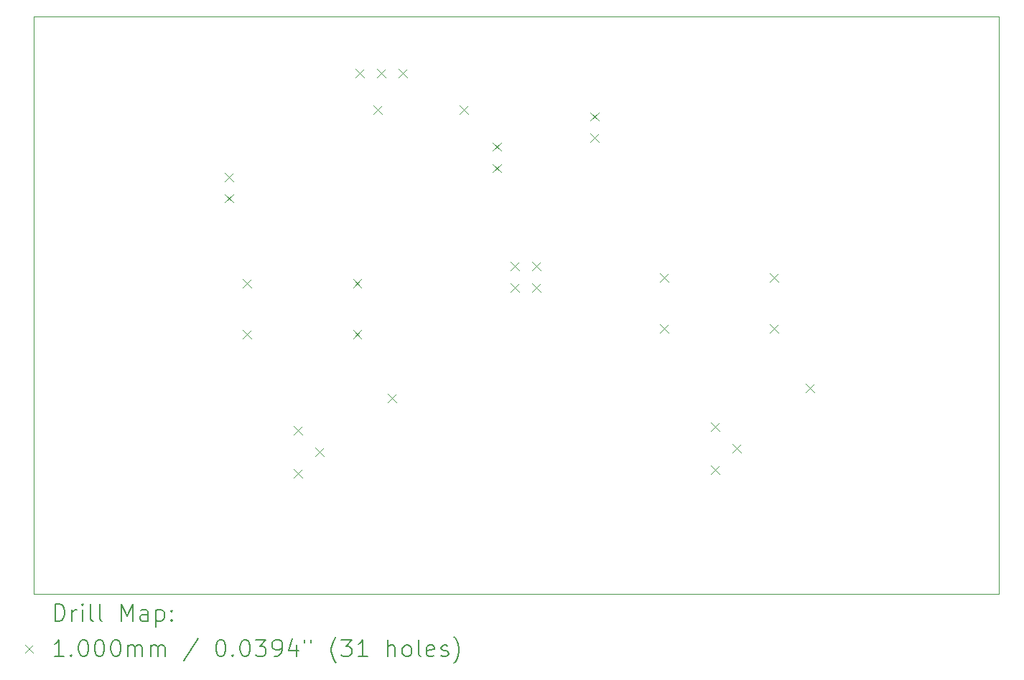
<source format=gbr>
%TF.GenerationSoftware,KiCad,Pcbnew,(6.0.7)*%
%TF.CreationDate,2023-01-19T20:45:28-05:00*%
%TF.ProjectId,Phoenix612_Stage_2_PA_Testing_v1,50686f65-6e69-4783-9631-325f53746167,rev?*%
%TF.SameCoordinates,Original*%
%TF.FileFunction,Drillmap*%
%TF.FilePolarity,Positive*%
%FSLAX45Y45*%
G04 Gerber Fmt 4.5, Leading zero omitted, Abs format (unit mm)*
G04 Created by KiCad (PCBNEW (6.0.7)) date 2023-01-19 20:45:28*
%MOMM*%
%LPD*%
G01*
G04 APERTURE LIST*
%ADD10C,0.100000*%
%ADD11C,0.200000*%
G04 APERTURE END LIST*
D10*
X14112240Y-9479280D02*
X2730500Y-9479280D01*
X2730500Y-9479280D02*
X2730500Y-2661920D01*
X2730500Y-2661920D02*
X14112240Y-2661920D01*
X14112240Y-2661920D02*
X14112240Y-9479280D01*
D11*
D10*
X4980470Y-4507065D02*
X5080470Y-4607065D01*
X5080470Y-4507065D02*
X4980470Y-4607065D01*
X4980470Y-4757065D02*
X5080470Y-4857065D01*
X5080470Y-4757065D02*
X4980470Y-4857065D01*
X5195340Y-5758700D02*
X5295340Y-5858700D01*
X5295340Y-5758700D02*
X5195340Y-5858700D01*
X5195340Y-6358700D02*
X5295340Y-6458700D01*
X5295340Y-6358700D02*
X5195340Y-6458700D01*
X5799620Y-7498880D02*
X5899620Y-7598880D01*
X5899620Y-7498880D02*
X5799620Y-7598880D01*
X5799620Y-8006880D02*
X5899620Y-8106880D01*
X5899620Y-8006880D02*
X5799620Y-8106880D01*
X6053620Y-7752880D02*
X6153620Y-7852880D01*
X6153620Y-7752880D02*
X6053620Y-7852880D01*
X6495340Y-5758700D02*
X6595340Y-5858700D01*
X6595340Y-5758700D02*
X6495340Y-5858700D01*
X6495340Y-6358700D02*
X6595340Y-6458700D01*
X6595340Y-6358700D02*
X6495340Y-6458700D01*
X6525830Y-3278670D02*
X6625830Y-3378670D01*
X6625830Y-3278670D02*
X6525830Y-3378670D01*
X6735610Y-3707930D02*
X6835610Y-3807930D01*
X6835610Y-3707930D02*
X6735610Y-3807930D01*
X6779830Y-3278670D02*
X6879830Y-3378670D01*
X6879830Y-3278670D02*
X6779830Y-3378670D01*
X6907060Y-7112800D02*
X7007060Y-7212800D01*
X7007060Y-7112800D02*
X6907060Y-7212800D01*
X7033830Y-3278670D02*
X7133830Y-3378670D01*
X7133830Y-3278670D02*
X7033830Y-3378670D01*
X7751610Y-3707930D02*
X7851610Y-3807930D01*
X7851610Y-3707930D02*
X7751610Y-3807930D01*
X8140230Y-4147850D02*
X8240230Y-4247850D01*
X8240230Y-4147850D02*
X8140230Y-4247850D01*
X8140230Y-4401850D02*
X8240230Y-4501850D01*
X8240230Y-4401850D02*
X8140230Y-4501850D01*
X8356900Y-5555280D02*
X8456900Y-5655280D01*
X8456900Y-5555280D02*
X8356900Y-5655280D01*
X8356900Y-5809280D02*
X8456900Y-5909280D01*
X8456900Y-5809280D02*
X8356900Y-5909280D01*
X8610900Y-5555280D02*
X8710900Y-5655280D01*
X8710900Y-5555280D02*
X8610900Y-5655280D01*
X8610900Y-5809280D02*
X8710900Y-5909280D01*
X8710900Y-5809280D02*
X8610900Y-5909280D01*
X9290850Y-3790785D02*
X9390850Y-3890785D01*
X9390850Y-3790785D02*
X9290850Y-3890785D01*
X9290850Y-4040785D02*
X9390850Y-4140785D01*
X9390850Y-4040785D02*
X9290850Y-4140785D01*
X10112243Y-5694831D02*
X10212243Y-5794831D01*
X10212243Y-5694831D02*
X10112243Y-5794831D01*
X10112243Y-6294831D02*
X10212243Y-6394831D01*
X10212243Y-6294831D02*
X10112243Y-6394831D01*
X10714520Y-7450620D02*
X10814520Y-7550620D01*
X10814520Y-7450620D02*
X10714520Y-7550620D01*
X10714520Y-7958620D02*
X10814520Y-8058620D01*
X10814520Y-7958620D02*
X10714520Y-8058620D01*
X10968520Y-7704620D02*
X11068520Y-7804620D01*
X11068520Y-7704620D02*
X10968520Y-7804620D01*
X11412243Y-5694831D02*
X11512243Y-5794831D01*
X11512243Y-5694831D02*
X11412243Y-5794831D01*
X11412243Y-6294831D02*
X11512243Y-6394831D01*
X11512243Y-6294831D02*
X11412243Y-6394831D01*
X11836663Y-6998131D02*
X11936663Y-7098131D01*
X11936663Y-6998131D02*
X11836663Y-7098131D01*
D11*
X2983119Y-9794756D02*
X2983119Y-9594756D01*
X3030738Y-9594756D01*
X3059309Y-9604280D01*
X3078357Y-9623328D01*
X3087881Y-9642375D01*
X3097405Y-9680470D01*
X3097405Y-9709042D01*
X3087881Y-9747137D01*
X3078357Y-9766185D01*
X3059309Y-9785232D01*
X3030738Y-9794756D01*
X2983119Y-9794756D01*
X3183119Y-9794756D02*
X3183119Y-9661423D01*
X3183119Y-9699518D02*
X3192643Y-9680470D01*
X3202167Y-9670947D01*
X3221214Y-9661423D01*
X3240262Y-9661423D01*
X3306928Y-9794756D02*
X3306928Y-9661423D01*
X3306928Y-9594756D02*
X3297405Y-9604280D01*
X3306928Y-9613804D01*
X3316452Y-9604280D01*
X3306928Y-9594756D01*
X3306928Y-9613804D01*
X3430738Y-9794756D02*
X3411690Y-9785232D01*
X3402167Y-9766185D01*
X3402167Y-9594756D01*
X3535500Y-9794756D02*
X3516452Y-9785232D01*
X3506928Y-9766185D01*
X3506928Y-9594756D01*
X3764071Y-9794756D02*
X3764071Y-9594756D01*
X3830738Y-9737613D01*
X3897405Y-9594756D01*
X3897405Y-9794756D01*
X4078357Y-9794756D02*
X4078357Y-9689994D01*
X4068833Y-9670947D01*
X4049786Y-9661423D01*
X4011690Y-9661423D01*
X3992643Y-9670947D01*
X4078357Y-9785232D02*
X4059309Y-9794756D01*
X4011690Y-9794756D01*
X3992643Y-9785232D01*
X3983119Y-9766185D01*
X3983119Y-9747137D01*
X3992643Y-9728090D01*
X4011690Y-9718566D01*
X4059309Y-9718566D01*
X4078357Y-9709042D01*
X4173595Y-9661423D02*
X4173595Y-9861423D01*
X4173595Y-9670947D02*
X4192643Y-9661423D01*
X4230738Y-9661423D01*
X4249786Y-9670947D01*
X4259310Y-9680470D01*
X4268833Y-9699518D01*
X4268833Y-9756661D01*
X4259310Y-9775709D01*
X4249786Y-9785232D01*
X4230738Y-9794756D01*
X4192643Y-9794756D01*
X4173595Y-9785232D01*
X4354548Y-9775709D02*
X4364071Y-9785232D01*
X4354548Y-9794756D01*
X4345024Y-9785232D01*
X4354548Y-9775709D01*
X4354548Y-9794756D01*
X4354548Y-9670947D02*
X4364071Y-9680470D01*
X4354548Y-9689994D01*
X4345024Y-9680470D01*
X4354548Y-9670947D01*
X4354548Y-9689994D01*
D10*
X2625500Y-10074280D02*
X2725500Y-10174280D01*
X2725500Y-10074280D02*
X2625500Y-10174280D01*
D11*
X3087881Y-10214756D02*
X2973595Y-10214756D01*
X3030738Y-10214756D02*
X3030738Y-10014756D01*
X3011690Y-10043328D01*
X2992643Y-10062375D01*
X2973595Y-10071899D01*
X3173595Y-10195709D02*
X3183119Y-10205232D01*
X3173595Y-10214756D01*
X3164071Y-10205232D01*
X3173595Y-10195709D01*
X3173595Y-10214756D01*
X3306928Y-10014756D02*
X3325976Y-10014756D01*
X3345024Y-10024280D01*
X3354548Y-10033804D01*
X3364071Y-10052851D01*
X3373595Y-10090947D01*
X3373595Y-10138566D01*
X3364071Y-10176661D01*
X3354548Y-10195709D01*
X3345024Y-10205232D01*
X3325976Y-10214756D01*
X3306928Y-10214756D01*
X3287881Y-10205232D01*
X3278357Y-10195709D01*
X3268833Y-10176661D01*
X3259309Y-10138566D01*
X3259309Y-10090947D01*
X3268833Y-10052851D01*
X3278357Y-10033804D01*
X3287881Y-10024280D01*
X3306928Y-10014756D01*
X3497405Y-10014756D02*
X3516452Y-10014756D01*
X3535500Y-10024280D01*
X3545024Y-10033804D01*
X3554548Y-10052851D01*
X3564071Y-10090947D01*
X3564071Y-10138566D01*
X3554548Y-10176661D01*
X3545024Y-10195709D01*
X3535500Y-10205232D01*
X3516452Y-10214756D01*
X3497405Y-10214756D01*
X3478357Y-10205232D01*
X3468833Y-10195709D01*
X3459309Y-10176661D01*
X3449786Y-10138566D01*
X3449786Y-10090947D01*
X3459309Y-10052851D01*
X3468833Y-10033804D01*
X3478357Y-10024280D01*
X3497405Y-10014756D01*
X3687881Y-10014756D02*
X3706928Y-10014756D01*
X3725976Y-10024280D01*
X3735500Y-10033804D01*
X3745024Y-10052851D01*
X3754548Y-10090947D01*
X3754548Y-10138566D01*
X3745024Y-10176661D01*
X3735500Y-10195709D01*
X3725976Y-10205232D01*
X3706928Y-10214756D01*
X3687881Y-10214756D01*
X3668833Y-10205232D01*
X3659309Y-10195709D01*
X3649786Y-10176661D01*
X3640262Y-10138566D01*
X3640262Y-10090947D01*
X3649786Y-10052851D01*
X3659309Y-10033804D01*
X3668833Y-10024280D01*
X3687881Y-10014756D01*
X3840262Y-10214756D02*
X3840262Y-10081423D01*
X3840262Y-10100470D02*
X3849786Y-10090947D01*
X3868833Y-10081423D01*
X3897405Y-10081423D01*
X3916452Y-10090947D01*
X3925976Y-10109994D01*
X3925976Y-10214756D01*
X3925976Y-10109994D02*
X3935500Y-10090947D01*
X3954548Y-10081423D01*
X3983119Y-10081423D01*
X4002167Y-10090947D01*
X4011690Y-10109994D01*
X4011690Y-10214756D01*
X4106928Y-10214756D02*
X4106928Y-10081423D01*
X4106928Y-10100470D02*
X4116452Y-10090947D01*
X4135500Y-10081423D01*
X4164071Y-10081423D01*
X4183119Y-10090947D01*
X4192643Y-10109994D01*
X4192643Y-10214756D01*
X4192643Y-10109994D02*
X4202167Y-10090947D01*
X4221214Y-10081423D01*
X4249786Y-10081423D01*
X4268833Y-10090947D01*
X4278357Y-10109994D01*
X4278357Y-10214756D01*
X4668833Y-10005232D02*
X4497405Y-10262375D01*
X4925976Y-10014756D02*
X4945024Y-10014756D01*
X4964071Y-10024280D01*
X4973595Y-10033804D01*
X4983119Y-10052851D01*
X4992643Y-10090947D01*
X4992643Y-10138566D01*
X4983119Y-10176661D01*
X4973595Y-10195709D01*
X4964071Y-10205232D01*
X4945024Y-10214756D01*
X4925976Y-10214756D01*
X4906929Y-10205232D01*
X4897405Y-10195709D01*
X4887881Y-10176661D01*
X4878357Y-10138566D01*
X4878357Y-10090947D01*
X4887881Y-10052851D01*
X4897405Y-10033804D01*
X4906929Y-10024280D01*
X4925976Y-10014756D01*
X5078357Y-10195709D02*
X5087881Y-10205232D01*
X5078357Y-10214756D01*
X5068833Y-10205232D01*
X5078357Y-10195709D01*
X5078357Y-10214756D01*
X5211690Y-10014756D02*
X5230738Y-10014756D01*
X5249786Y-10024280D01*
X5259310Y-10033804D01*
X5268833Y-10052851D01*
X5278357Y-10090947D01*
X5278357Y-10138566D01*
X5268833Y-10176661D01*
X5259310Y-10195709D01*
X5249786Y-10205232D01*
X5230738Y-10214756D01*
X5211690Y-10214756D01*
X5192643Y-10205232D01*
X5183119Y-10195709D01*
X5173595Y-10176661D01*
X5164071Y-10138566D01*
X5164071Y-10090947D01*
X5173595Y-10052851D01*
X5183119Y-10033804D01*
X5192643Y-10024280D01*
X5211690Y-10014756D01*
X5345024Y-10014756D02*
X5468833Y-10014756D01*
X5402167Y-10090947D01*
X5430738Y-10090947D01*
X5449786Y-10100470D01*
X5459310Y-10109994D01*
X5468833Y-10129042D01*
X5468833Y-10176661D01*
X5459310Y-10195709D01*
X5449786Y-10205232D01*
X5430738Y-10214756D01*
X5373595Y-10214756D01*
X5354548Y-10205232D01*
X5345024Y-10195709D01*
X5564071Y-10214756D02*
X5602167Y-10214756D01*
X5621214Y-10205232D01*
X5630738Y-10195709D01*
X5649786Y-10167137D01*
X5659309Y-10129042D01*
X5659309Y-10052851D01*
X5649786Y-10033804D01*
X5640262Y-10024280D01*
X5621214Y-10014756D01*
X5583119Y-10014756D01*
X5564071Y-10024280D01*
X5554548Y-10033804D01*
X5545024Y-10052851D01*
X5545024Y-10100470D01*
X5554548Y-10119518D01*
X5564071Y-10129042D01*
X5583119Y-10138566D01*
X5621214Y-10138566D01*
X5640262Y-10129042D01*
X5649786Y-10119518D01*
X5659309Y-10100470D01*
X5830738Y-10081423D02*
X5830738Y-10214756D01*
X5783119Y-10005232D02*
X5735500Y-10148090D01*
X5859309Y-10148090D01*
X5925976Y-10014756D02*
X5925976Y-10052851D01*
X6002167Y-10014756D02*
X6002167Y-10052851D01*
X6297405Y-10290947D02*
X6287881Y-10281423D01*
X6268833Y-10252851D01*
X6259309Y-10233804D01*
X6249786Y-10205232D01*
X6240262Y-10157613D01*
X6240262Y-10119518D01*
X6249786Y-10071899D01*
X6259309Y-10043328D01*
X6268833Y-10024280D01*
X6287881Y-9995709D01*
X6297405Y-9986185D01*
X6354548Y-10014756D02*
X6478357Y-10014756D01*
X6411690Y-10090947D01*
X6440262Y-10090947D01*
X6459309Y-10100470D01*
X6468833Y-10109994D01*
X6478357Y-10129042D01*
X6478357Y-10176661D01*
X6468833Y-10195709D01*
X6459309Y-10205232D01*
X6440262Y-10214756D01*
X6383119Y-10214756D01*
X6364071Y-10205232D01*
X6354548Y-10195709D01*
X6668833Y-10214756D02*
X6554548Y-10214756D01*
X6611690Y-10214756D02*
X6611690Y-10014756D01*
X6592643Y-10043328D01*
X6573595Y-10062375D01*
X6554548Y-10071899D01*
X6906928Y-10214756D02*
X6906928Y-10014756D01*
X6992643Y-10214756D02*
X6992643Y-10109994D01*
X6983119Y-10090947D01*
X6964071Y-10081423D01*
X6935500Y-10081423D01*
X6916452Y-10090947D01*
X6906928Y-10100470D01*
X7116452Y-10214756D02*
X7097405Y-10205232D01*
X7087881Y-10195709D01*
X7078357Y-10176661D01*
X7078357Y-10119518D01*
X7087881Y-10100470D01*
X7097405Y-10090947D01*
X7116452Y-10081423D01*
X7145024Y-10081423D01*
X7164071Y-10090947D01*
X7173595Y-10100470D01*
X7183119Y-10119518D01*
X7183119Y-10176661D01*
X7173595Y-10195709D01*
X7164071Y-10205232D01*
X7145024Y-10214756D01*
X7116452Y-10214756D01*
X7297405Y-10214756D02*
X7278357Y-10205232D01*
X7268833Y-10186185D01*
X7268833Y-10014756D01*
X7449786Y-10205232D02*
X7430738Y-10214756D01*
X7392643Y-10214756D01*
X7373595Y-10205232D01*
X7364071Y-10186185D01*
X7364071Y-10109994D01*
X7373595Y-10090947D01*
X7392643Y-10081423D01*
X7430738Y-10081423D01*
X7449786Y-10090947D01*
X7459309Y-10109994D01*
X7459309Y-10129042D01*
X7364071Y-10148090D01*
X7535500Y-10205232D02*
X7554548Y-10214756D01*
X7592643Y-10214756D01*
X7611690Y-10205232D01*
X7621214Y-10186185D01*
X7621214Y-10176661D01*
X7611690Y-10157613D01*
X7592643Y-10148090D01*
X7564071Y-10148090D01*
X7545024Y-10138566D01*
X7535500Y-10119518D01*
X7535500Y-10109994D01*
X7545024Y-10090947D01*
X7564071Y-10081423D01*
X7592643Y-10081423D01*
X7611690Y-10090947D01*
X7687881Y-10290947D02*
X7697405Y-10281423D01*
X7716452Y-10252851D01*
X7725976Y-10233804D01*
X7735500Y-10205232D01*
X7745024Y-10157613D01*
X7745024Y-10119518D01*
X7735500Y-10071899D01*
X7725976Y-10043328D01*
X7716452Y-10024280D01*
X7697405Y-9995709D01*
X7687881Y-9986185D01*
M02*

</source>
